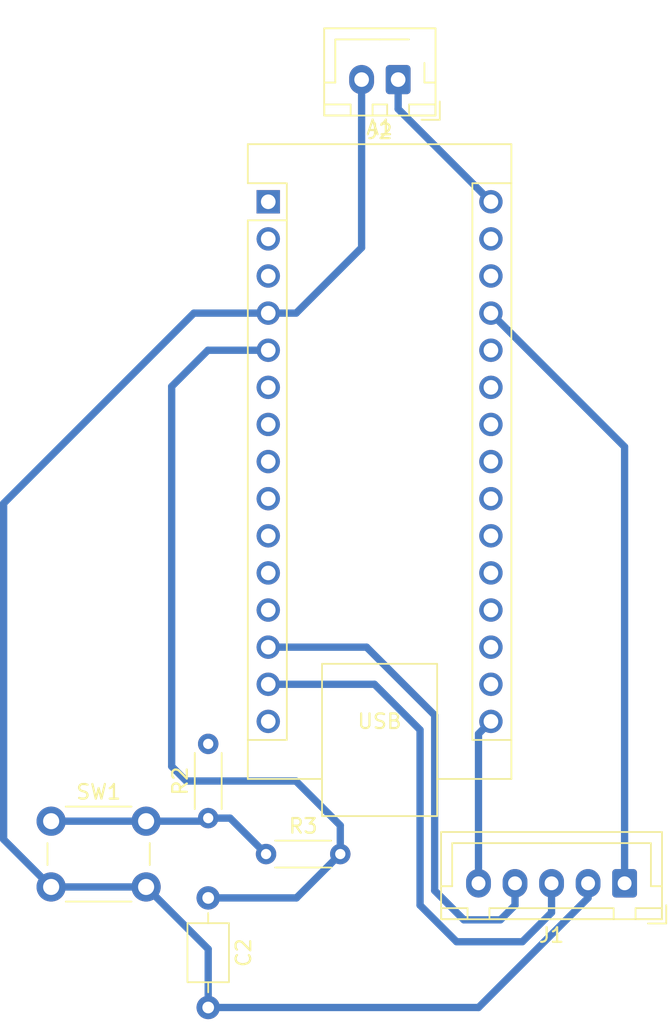
<source format=kicad_pcb>
(kicad_pcb (version 20241229) (generator "pcbnew") (generator_version "9.0")
  (layers (0 "F.Cu" signal) (2 "B.Cu" signal) (13 "F.Paste" user) (15 "B.Paste" user) (5 "F.SilkS" user "F.Silkscreen") (7 "B.SilkS" user "B.Silkscreen") (1 "F.Mask" user) (3 "B.Mask" user) (25 "Edge.Cuts" user))
  (net 0 "")
  (net 1 "CLK")
  (net 5 "+5V")
  (net 11 "VCC")
  (net 13 "Din")
  (net 14 "GND")
  (net 19 "Button")
  (net 23 "CS")
  (net 31 "Net-(R2-Pad1)")
  (footprint "Module:Arduino_Nano" (layer "F.Cu") (at 46.110225 37.86)
    (property "Reference" "A1" (at 7.62 -5.08 0) (layer "F.SilkS"))
    (property "Value" "Arduino_Nano_v3.x")
    (fp_line (start -1.4 -3.94) (end -1.4 -1.27) (stroke (width 0.12)) (layer "F.SilkS"))
    (fp_line (start -1.4 1.27) (end -1.4 39.5) (stroke (width 0.12)) (layer "F.SilkS"))
    (fp_line (start -1.4 39.5) (end 3.68 39.5) (stroke (width 0.12)) (layer "F.SilkS"))
    (fp_line (start 1.27 -1.27) (end -1.4 -1.27) (stroke (width 0.12)) (layer "F.SilkS"))
    (fp_line (start 1.27 1.27) (end -1.4 1.27) (stroke (width 0.12)) (layer "F.SilkS"))
    (fp_line (start 1.27 1.27) (end 1.27 -1.27) (stroke (width 0.12)) (layer "F.SilkS"))
    (fp_line (start 1.27 1.27) (end 1.27 36.83) (stroke (width 0.12)) (layer "F.SilkS"))
    (fp_line (start 1.27 36.83) (end -1.4 36.83) (stroke (width 0.12)) (layer "F.SilkS"))
    (fp_line (start 3.68 31.62) (end 11.56 31.62) (stroke (width 0.12)) (layer "F.SilkS"))
    (fp_line (start 3.68 42.04) (end 3.68 31.62) (stroke (width 0.12)) (layer "F.SilkS"))
    (fp_line (start 11.56 31.62) (end 11.56 42.04) (stroke (width 0.12)) (layer "F.SilkS"))
    (fp_line (start 11.56 42.04) (end 3.68 42.04) (stroke (width 0.12)) (layer "F.SilkS"))
    (fp_line (start 13.97 -1.27) (end 13.97 36.83) (stroke (width 0.12)) (layer "F.SilkS"))
    (fp_line (start 13.97 -1.27) (end 16.64 -1.27) (stroke (width 0.12)) (layer "F.SilkS"))
    (fp_line (start 13.97 36.83) (end 16.64 36.83) (stroke (width 0.12)) (layer "F.SilkS"))
    (fp_line (start 16.64 -3.94) (end -1.4 -3.94) (stroke (width 0.12)) (layer "F.SilkS"))
    (fp_line (start 16.64 39.5) (end 11.56 39.5) (stroke (width 0.12)) (layer "F.SilkS"))
    (fp_line (start 16.64 39.5) (end 16.64 -3.94) (stroke (width 0.12)) (layer "F.SilkS"))
    (fp_text user "USB" (at 7.62 35.56 0) (layer "F.SilkS"))
    (pad "1" thru_hole rect (at 0 0) (size 1.6 1.6) (drill 1) (layers "*.Cu" "*.Mask"))
    (pad "2" thru_hole oval (at 0 2.54) (size 1.6 1.6) (drill 1) (layers "*.Cu" "*.Mask"))
    (pad "3" thru_hole oval (at 0 5.08) (size 1.6 1.6) (drill 1) (layers "*.Cu" "*.Mask"))
    (pad "4" thru_hole oval (at 0 7.62) (size 1.6 1.6) (drill 1) (layers "*.Cu" "*.Mask") (net 14 "GND"))
    (pad "5" thru_hole oval (at 0 10.16) (size 1.6 1.6) (drill 1) (layers "*.Cu" "*.Mask") (net 19 "Button"))
    (pad "6" thru_hole oval (at 0 12.7) (size 1.6 1.6) (drill 1) (layers "*.Cu" "*.Mask"))
    (pad "7" thru_hole oval (at 0 15.24) (size 1.6 1.6) (drill 1) (layers "*.Cu" "*.Mask"))
    (pad "8" thru_hole oval (at 0 17.78) (size 1.6 1.6) (drill 1) (layers "*.Cu" "*.Mask"))
    (pad "9" thru_hole oval (at 0 20.32) (size 1.6 1.6) (drill 1) (layers "*.Cu" "*.Mask"))
    (pad "10" thru_hole oval (at 0 22.86) (size 1.6 1.6) (drill 1) (layers "*.Cu" "*.Mask"))
    (pad "11" thru_hole oval (at 0 25.4) (size 1.6 1.6) (drill 1) (layers "*.Cu" "*.Mask"))
    (pad "12" thru_hole oval (at 0 27.94) (size 1.6 1.6) (drill 1) (layers "*.Cu" "*.Mask"))
    (pad "13" thru_hole oval (at 0 30.48) (size 1.6 1.6) (drill 1) (layers "*.Cu" "*.Mask") (net 23 "CS"))
    (pad "14" thru_hole oval (at 0 33.02) (size 1.6 1.6) (drill 1) (layers "*.Cu" "*.Mask") (net 13 "Din"))
    (pad "15" thru_hole oval (at 0 35.56) (size 1.6 1.6) (drill 1) (layers "*.Cu" "*.Mask"))
    (pad "16" thru_hole oval (at 15.24 35.56) (size 1.6 1.6) (drill 1) (layers "*.Cu" "*.Mask") (net 1 "CLK"))
    (pad "17" thru_hole oval (at 15.24 33.02) (size 1.6 1.6) (drill 1) (layers "*.Cu" "*.Mask"))
    (pad "18" thru_hole oval (at 15.24 30.48) (size 1.6 1.6) (drill 1) (layers "*.Cu" "*.Mask"))
    (pad "19" thru_hole oval (at 15.24 27.94) (size 1.6 1.6) (drill 1) (layers "*.Cu" "*.Mask"))
    (pad "20" thru_hole oval (at 15.24 25.4) (size 1.6 1.6) (drill 1) (layers "*.Cu" "*.Mask"))
    (pad "21" thru_hole oval (at 15.24 22.86) (size 1.6 1.6) (drill 1) (layers "*.Cu" "*.Mask"))
    (pad "22" thru_hole oval (at 15.24 20.32) (size 1.6 1.6) (drill 1) (layers "*.Cu" "*.Mask"))
    (pad "23" thru_hole oval (at 15.24 17.78) (size 1.6 1.6) (drill 1) (layers "*.Cu" "*.Mask"))
    (pad "24" thru_hole oval (at 15.24 15.24) (size 1.6 1.6) (drill 1) (layers "*.Cu" "*.Mask"))
    (pad "25" thru_hole oval (at 15.24 12.7) (size 1.6 1.6) (drill 1) (layers "*.Cu" "*.Mask"))
    (pad "26" thru_hole oval (at 15.24 10.16) (size 1.6 1.6) (drill 1) (layers "*.Cu" "*.Mask"))
    (pad "27" thru_hole oval (at 15.24 7.62) (size 1.6 1.6) (drill 1) (layers "*.Cu" "*.Mask") (net 5 "+5V"))
    (pad "28" thru_hole oval (at 15.24 5.08) (size 1.6 1.6) (drill 1) (layers "*.Cu" "*.Mask"))
    (pad "29" thru_hole oval (at 15.24 2.54) (size 1.6 1.6) (drill 1) (layers "*.Cu" "*.Mask"))
    (pad "30" thru_hole oval (at 15.24 0) (size 1.6 1.6) (drill 1) (layers "*.Cu" "*.Mask") (net 11 "VCC"))
  )
  (footprint "Resistor_THT:R_Axial_DIN0204_L3.6mm_D1.6mm_P5.08mm_Horizontal" (layer "F.Cu") (at 42 80.04 90)
    (property "Reference" "R2" (at 2.54 -1.92 90) (layer "F.SilkS"))
    (property "Value" "R")
    (fp_line (start 0.62 -0.92) (end 4.46 -0.92) (stroke (width 0.12)) (layer "F.SilkS"))
    (fp_line (start 0.62 0.92) (end 4.46 0.92) (stroke (width 0.12)) (layer "F.SilkS"))
    (pad "1" thru_hole circle (at 0 0 90) (size 1.4 1.4) (drill 0.7) (layers "*.Cu" "*.Mask") (net 31 "Net-(R2-Pad1)"))
    (pad "2" thru_hole circle (at 5.08 0 90) (size 1.4 1.4) (drill 0.7) (layers "*.Cu" "*.Mask") (net 5 "+5V"))
  )
  (footprint "Capacitor_THT:C_Axial_L3.8mm_D2.6mm_P7.50mm_Horizontal" (layer "F.Cu") (at 42 85.5 -90)
    (property "Reference" "C2" (at 3.75 -2.42 90) (layer "F.SilkS"))
    (property "Value" "C")
    (fp_line (start 1.04 0) (end 1.73 0) (stroke (width 0.12)) (layer "F.SilkS"))
    (fp_line (start 6.46 0) (end 5.77 0) (stroke (width 0.12)) (layer "F.SilkS"))
    (fp_rect (start 1.73 -1.42) (end 5.77 1.42) (stroke (width 0.12)) (fill no) (layer "F.SilkS"))
    (pad "1" thru_hole circle (at 0 0 270) (size 1.6 1.6) (drill 0.8) (layers "*.Cu" "*.Mask") (net 19 "Button"))
    (pad "2" thru_hole circle (at 7.5 0 270) (size 1.6 1.6) (drill 0.8) (layers "*.Cu" "*.Mask") (net 14 "GND"))
  )
  (footprint "Connector_JST:JST_XH_B5B-XH-A_1x05_P2.50mm_Vertical" (layer "F.Cu") (at 70.5 84.5 180)
    (property "Reference" "J1" (at 5 -3.55 0) (layer "F.SilkS"))
    (property "Value" "Conn_01x05_Socket")
    (fp_line (start 12.56 3.51) (end 12.56 -2.46) (stroke (width 0.12)) (layer "F.SilkS"))
    (fp_line (start 12.56 -2.46) (end -2.56 -2.46) (stroke (width 0.12)) (layer "F.SilkS"))
    (fp_line (start 12.55 -0.2) (end 11.8 -0.2) (stroke (width 0.12)) (layer "F.SilkS"))
    (fp_line (start 12.55 -1.7) (end 12.55 -2.45) (stroke (width 0.12)) (layer "F.SilkS"))
    (fp_line (start 12.55 -2.45) (end 10.75 -2.45) (stroke (width 0.12)) (layer "F.SilkS"))
    (fp_line (start 11.8 2.75) (end 5 2.75) (stroke (width 0.12)) (layer "F.SilkS"))
    (fp_line (start 11.8 -0.2) (end 11.8 2.75) (stroke (width 0.12)) (layer "F.SilkS"))
    (fp_line (start 10.75 -1.7) (end 12.55 -1.7) (stroke (width 0.12)) (layer "F.SilkS"))
    (fp_line (start 10.75 -2.45) (end 10.75 -1.7) (stroke (width 0.12)) (layer "F.SilkS"))
    (fp_line (start 9.25 -1.7) (end 9.25 -2.45) (stroke (width 0.12)) (layer "F.SilkS"))
    (fp_line (start 9.25 -2.45) (end 0.75 -2.45) (stroke (width 0.12)) (layer "F.SilkS"))
    (fp_line (start 0.75 -1.7) (end 9.25 -1.7) (stroke (width 0.12)) (layer "F.SilkS"))
    (fp_line (start 0.75 -2.45) (end 0.75 -1.7) (stroke (width 0.12)) (layer "F.SilkS"))
    (fp_line (start -0.75 -1.7) (end -0.75 -2.45) (stroke (width 0.12)) (layer "F.SilkS"))
    (fp_line (start -0.75 -2.45) (end -2.55 -2.45) (stroke (width 0.12)) (layer "F.SilkS"))
    (fp_line (start -1.6 -2.75) (end -2.85 -2.75) (stroke (width 0.12)) (layer "F.SilkS"))
    (fp_line (start -1.8 2.75) (end 5 2.75) (stroke (width 0.12)) (layer "F.SilkS"))
    (fp_line (start -1.8 -0.2) (end -1.8 2.75) (stroke (width 0.12)) (layer "F.SilkS"))
    (fp_line (start -2.55 -0.2) (end -1.8 -0.2) (stroke (width 0.12)) (layer "F.SilkS"))
    (fp_line (start -2.55 -1.7) (end -0.75 -1.7) (stroke (width 0.12)) (layer "F.SilkS"))
    (fp_line (start -2.55 -2.45) (end -2.55 -1.7) (stroke (width 0.12)) (layer "F.SilkS"))
    (fp_line (start -2.56 3.51) (end 12.56 3.51) (stroke (width 0.12)) (layer "F.SilkS"))
    (fp_line (start -2.56 -2.46) (end -2.56 3.51) (stroke (width 0.12)) (layer "F.SilkS"))
    (fp_line (start -2.85 -2.75) (end -2.85 -1.5) (stroke (width 0.12)) (layer "F.SilkS"))
    (pad "1" thru_hole roundrect (at 0 0 180) (size 1.7 1.95) (drill 0.95) (layers "*.Cu" "*.Mask") (roundrect_rratio 0.147059) (net 5 "+5V"))
    (pad "2" thru_hole oval (at 2.5 0 180) (size 1.7 1.95) (drill 0.95) (layers "*.Cu" "*.Mask") (net 14 "GND"))
    (pad "3" thru_hole oval (at 5 0 180) (size 1.7 1.95) (drill 0.95) (layers "*.Cu" "*.Mask") (net 13 "Din"))
    (pad "4" thru_hole oval (at 7.5 0 180) (size 1.7 1.95) (drill 0.95) (layers "*.Cu" "*.Mask") (net 23 "CS"))
    (pad "5" thru_hole oval (at 10 0 180) (size 1.7 1.95) (drill 0.95) (layers "*.Cu" "*.Mask") (net 1 "CLK"))
  )
  (footprint "Connector_JST:JST_XH_B2B-XH-AM_1x02_P2.50mm_Vertical" (layer "F.Cu") (at 55 29.5 180)
    (property "Reference" "J2" (at 1.25 -3.55 0) (layer "F.SilkS"))
    (property "Value" "Conn_01x02_Socket")
    (fp_line (start 5.06 3.51) (end 5.06 -2.46) (stroke (width 0.12)) (layer "F.SilkS"))
    (fp_line (start 5.06 -2.46) (end -2.56 -2.46) (stroke (width 0.12)) (layer "F.SilkS"))
    (fp_line (start 5.05 -0.2) (end 4.3 -0.2) (stroke (width 0.12)) (layer "F.SilkS"))
    (fp_line (start 5.05 -1.7) (end 5.05 -2.45) (stroke (width 0.12)) (layer "F.SilkS"))
    (fp_line (start 5.05 -2.45) (end 3.25 -2.45) (stroke (width 0.12)) (layer "F.SilkS"))
    (fp_line (start 4.3 2.75) (end 1.25 2.75) (stroke (width 0.12)) (layer "F.SilkS"))
    (fp_line (start 4.3 -0.2) (end 4.3 2.75) (stroke (width 0.12)) (layer "F.SilkS"))
    (fp_line (start 3.25 -1.7) (end 5.05 -1.7) (stroke (width 0.12)) (layer "F.SilkS"))
    (fp_line (start 3.25 -2.45) (end 3.25 -1.7) (stroke (width 0.12)) (layer "F.SilkS"))
    (fp_line (start 1.75 -1.7) (end 1.75 -2.45) (stroke (width 0.12)) (layer "F.SilkS"))
    (fp_line (start 1.75 -2.45) (end 0.75 -2.45) (stroke (width 0.12)) (layer "F.SilkS"))
    (fp_line (start 1.25 2.75) (end -0.74 2.75) (stroke (width 0.12)) (layer "F.SilkS"))
    (fp_line (start 0.75 -1.7) (end 1.75 -1.7) (stroke (width 0.12)) (layer "F.SilkS"))
    (fp_line (start 0.75 -2.45) (end 0.75 -1.7) (stroke (width 0.12)) (layer "F.SilkS"))
    (fp_line (start -0.75 -1.7) (end -0.75 -2.45) (stroke (width 0.12)) (layer "F.SilkS"))
    (fp_line (start -0.75 -2.45) (end -2.55 -2.45) (stroke (width 0.12)) (layer "F.SilkS"))
    (fp_line (start -1.6 -2.75) (end -2.85 -2.75) (stroke (width 0.12)) (layer "F.SilkS"))
    (fp_line (start -1.8 -0.2) (end -1.8 1.14) (stroke (width 0.12)) (layer "F.SilkS"))
    (fp_line (start -2.55 -0.2) (end -1.8 -0.2) (stroke (width 0.12)) (layer "F.SilkS"))
    (fp_line (start -2.55 -1.7) (end -0.75 -1.7) (stroke (width 0.12)) (layer "F.SilkS"))
    (fp_line (start -2.55 -2.45) (end -2.55 -1.7) (stroke (width 0.12)) (layer "F.SilkS"))
    (fp_line (start -2.56 3.51) (end 5.06 3.51) (stroke (width 0.12)) (layer "F.SilkS"))
    (fp_line (start -2.56 -2.46) (end -2.56 3.51) (stroke (width 0.12)) (layer "F.SilkS"))
    (fp_line (start -2.85 -2.75) (end -2.85 -1.5) (stroke (width 0.12)) (layer "F.SilkS"))
    (pad "" np_thru_hole circle (at -1.6 2 180) (size 1.2 1.2) (drill 1.2) (layers "*.Cu" "*.Mask"))
    (pad "1" thru_hole roundrect (at 0 0 180) (size 1.7 2) (drill 1) (layers "*.Cu" "*.Mask") (roundrect_rratio 0.147059) (net 11 "VCC"))
    (pad "2" thru_hole oval (at 2.5 0 180) (size 1.7 2) (drill 1) (layers "*.Cu" "*.Mask") (net 14 "GND"))
  )
  (footprint "Resistor_THT:R_Axial_DIN0204_L3.6mm_D1.6mm_P5.08mm_Horizontal" (layer "F.Cu") (at 45.96 82.5)
    (property "Reference" "R3" (at 2.54 -1.92 0) (layer "F.SilkS"))
    (property "Value" "R")
    (fp_line (start 0.62 -0.92) (end 4.46 -0.92) (stroke (width 0.12)) (layer "F.SilkS"))
    (fp_line (start 0.62 0.92) (end 4.46 0.92) (stroke (width 0.12)) (layer "F.SilkS"))
    (pad "1" thru_hole circle (at 0 0) (size 1.4 1.4) (drill 0.7) (layers "*.Cu" "*.Mask") (net 31 "Net-(R2-Pad1)"))
    (pad "2" thru_hole circle (at 5.08 0) (size 1.4 1.4) (drill 0.7) (layers "*.Cu" "*.Mask") (net 19 "Button"))
  )
  (footprint "Button_Switch_THT:SW_PUSH_6mm" (layer "F.Cu") (at 31.25 80.25)
    (property "Reference" "SW1" (at 3.25 -2 0) (layer "F.SilkS"))
    (property "Value" "SW_Push")
    (fp_line (start -0.25 1.5) (end -0.25 3) (stroke (width 0.12)) (layer "F.SilkS"))
    (fp_line (start 1 5.5) (end 5.5 5.5) (stroke (width 0.12)) (layer "F.SilkS"))
    (fp_line (start 5.5 -1) (end 1 -1) (stroke (width 0.12)) (layer "F.SilkS"))
    (fp_line (start 6.75 3) (end 6.75 1.5) (stroke (width 0.12)) (layer "F.SilkS"))
    (pad "1" thru_hole circle (at 0 0 90) (size 2 2) (drill 1.1) (layers "*.Cu" "*.Mask") (net 31 "Net-(R2-Pad1)"))
    (pad "1" thru_hole circle (at 6.5 0 90) (size 2 2) (drill 1.1) (layers "*.Cu" "*.Mask") (net 31 "Net-(R2-Pad1)"))
    (pad "2" thru_hole circle (at 0 4.5 90) (size 2 2) (drill 1.1) (layers "*.Cu" "*.Mask") (net 14 "GND"))
    (pad "2" thru_hole circle (at 6.5 4.5 90) (size 2 2) (drill 1.1) (layers "*.Cu" "*.Mask") (net 14 "GND"))
  )
  (segment (start 60.5 74.270225) (end 61.350225 73.42) (width 0.5) (layer "B.Cu") (net 1))
  (segment (start 60.5 84.5) (end 60.5 74.270225) (width 0.5) (layer "B.Cu") (net 1))
  (segment (start 70.5 54.629775) (end 61.350225 45.48) (width 0.5) (layer "B.Cu") (net 5))
  (segment (start 70.5 84.5) (end 70.5 54.629775) (width 0.5) (layer "B.Cu") (net 5))
  (segment (start 55 31.509775) (end 61.350225 37.86) (width 0.5) (layer "B.Cu") (net 11))
  (segment (start 55 29.5) (end 55 31.509775) (width 0.5) (layer "B.Cu") (net 11))
  (segment (start 56.5 86) (end 59 88.5) (width 0.5) (layer "B.Cu") (net 13))
  (segment (start 63.5 88.5) (end 65.5 86.5) (width 0.5) (layer "B.Cu") (net 13))
  (segment (start 46.110225 70.88) (end 53.38 70.88) (width 0.5) (layer "B.Cu") (net 13))
  (segment (start 56.5 74) (end 56.5 86) (width 0.5) (layer "B.Cu") (net 13))
  (segment (start 53.38 70.88) (end 56.5 74) (width 0.5) (layer "B.Cu") (net 13))
  (segment (start 59 88.5) (end 63.5 88.5) (width 0.5) (layer "B.Cu") (net 13))
  (segment (start 65.5 86.5) (end 65.5 84.5) (width 0.5) (layer "B.Cu") (net 13))
  (segment (start 52.5 41) (end 52.5 29.5) (width 0.5) (layer "B.Cu") (net 14))
  (segment (start 48.02 45.48) (end 52.5 41) (width 0.5) (layer "B.Cu") (net 14))
  (segment (start 68 84.5) (end 68 85.5) (width 0.5) (layer "B.Cu") (net 14))
  (segment (start 60.5 93) (end 42 93) (width 0.5) (layer "B.Cu") (net 14))
  (segment (start 42 89) (end 37.75 84.75) (width 0.5) (layer "B.Cu") (net 14))
  (segment (start 31.25 84.75) (end 28 81.5) (width 0.5) (layer "B.Cu") (net 14))
  (segment (start 42 93) (end 42 89) (width 0.5) (layer "B.Cu") (net 14))
  (segment (start 41.02 45.48) (end 46.110225 45.48) (width 0.5) (layer "B.Cu") (net 14))
  (segment (start 68 85.5) (end 60.5 93) (width 0.5) (layer "B.Cu") (net 14))
  (segment (start 46.110225 45.48) (end 48.02 45.48) (width 0.5) (layer "B.Cu") (net 14))
  (segment (start 28 81.5) (end 28 58.5) (width 0.5) (layer "B.Cu") (net 14))
  (segment (start 31.25 84.75) (end 37.75 84.75) (width 0.5) (layer "B.Cu") (net 14))
  (segment (start 28 58.5) (end 41.02 45.48) (width 0.5) (layer "B.Cu") (net 14))
  (segment (start 51.04 82.5) (end 48.04 85.5) (width 0.5) (layer "B.Cu") (net 19))
  (segment (start 46.110225 48.02) (end 41.98 48.02) (width 0.5) (layer "B.Cu") (net 19))
  (segment (start 48 77.5) (end 51.04 80.54) (width 0.5) (layer "B.Cu") (net 19))
  (segment (start 40.5 77.5) (end 48 77.5) (width 0.5) (layer "B.Cu") (net 19))
  (segment (start 39.5 50.5) (end 39.5 76.5) (width 0.5) (layer "B.Cu") (net 19))
  (segment (start 39.5 76.5) (end 40.5 77.5) (width 0.5) (layer "B.Cu") (net 19))
  (segment (start 41.98 48.02) (end 39.5 50.5) (width 0.5) (layer "B.Cu") (net 19))
  (segment (start 46.090225 48) (end 46.110225 48.02) (width 0.5) (layer "B.Cu") (net 19))
  (segment (start 48.04 85.5) (end 42 85.5) (width 0.5) (layer "B.Cu") (net 19))
  (segment (start 51.04 80.54) (end 51.04 82.5) (width 0.5) (layer "B.Cu") (net 19))
  (segment (start 57.5 85) (end 57.5 73) (width 0.5) (layer "B.Cu") (net 23))
  (segment (start 62 87) (end 59.5 87) (width 0.5) (layer "B.Cu") (net 23))
  (segment (start 57.5 73) (end 52.84 68.34) (width 0.5) (layer "B.Cu") (net 23))
  (segment (start 52.84 68.34) (end 46.110225 68.34) (width 0.5) (layer "B.Cu") (net 23))
  (segment (start 63 84.5) (end 63 86) (width 0.5) (layer "B.Cu") (net 23))
  (segment (start 63 86) (end 62 87) (width 0.5) (layer "B.Cu") (net 23))
  (segment (start 59.5 87) (end 57.5 85) (width 0.5) (layer "B.Cu") (net 23))
  (segment (start 31.25 80.25) (end 37.75 80.25) (width 0.5) (layer "B.Cu") (net 31))
  (segment (start 42 80.04) (end 43.5 80.04) (width 0.5) (layer "B.Cu") (net 31))
  (segment (start 41.79 80.25) (end 42 80.04) (width 0.5) (layer "B.Cu") (net 31))
  (segment (start 37.75 80.25) (end 41.79 80.25) (width 0.5) (layer "B.Cu") (net 31))
  (segment (start 37.96 80.04) (end 37.75 80.25) (width 0.5) (layer "B.Cu") (net 31))
  (segment (start 43.5 80.04) (end 45.96 82.5) (width 0.5) (layer "B.Cu") (net 31))
)
</source>
